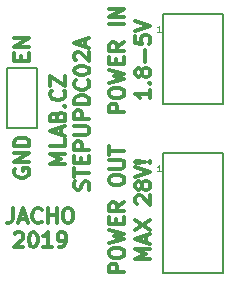
<source format=gbr>
G04 #@! TF.GenerationSoftware,KiCad,Pcbnew,(6.0.0-rc1-dev-205-gc0615c5ef)*
G04 #@! TF.CreationDate,2019-04-08T15:00:45+02:00*
G04 #@! TF.ProjectId,STEPUPDC02A,53544550555044433032412E6B696361,rev?*
G04 #@! TF.SameCoordinates,Original*
G04 #@! TF.FileFunction,Legend,Top*
G04 #@! TF.FilePolarity,Positive*
%FSLAX46Y46*%
G04 Gerber Fmt 4.6, Leading zero omitted, Abs format (unit mm)*
G04 Created by KiCad (PCBNEW (6.0.0-rc1-dev-205-gc0615c5ef)) date 04/08/19 15:00:45*
%MOMM*%
%LPD*%
G01*
G04 APERTURE LIST*
%ADD10C,0.300000*%
%ADD11C,0.150000*%
%ADD12C,0.050000*%
G04 APERTURE END LIST*
D10*
X1904999Y17730142D02*
X1844523Y17609190D01*
X1844523Y17427761D01*
X1904999Y17246333D01*
X2025952Y17125380D01*
X2146904Y17064904D01*
X2388809Y17004428D01*
X2570238Y17004428D01*
X2812142Y17064904D01*
X2933095Y17125380D01*
X3054047Y17246333D01*
X3114523Y17427761D01*
X3114523Y17548714D01*
X3054047Y17730142D01*
X2993571Y17790619D01*
X2570238Y17790619D01*
X2570238Y17548714D01*
X3114523Y18334904D02*
X1844523Y18334904D01*
X3114523Y19060619D01*
X1844523Y19060619D01*
X3114523Y19665380D02*
X1844523Y19665380D01*
X1844523Y19967761D01*
X1905000Y20149190D01*
X2025952Y20270142D01*
X2146904Y20330619D01*
X2388809Y20391095D01*
X2570238Y20391095D01*
X2812142Y20330619D01*
X2933095Y20270142D01*
X3054047Y20149190D01*
X3114523Y19967761D01*
X3114523Y19665380D01*
X2449285Y26913380D02*
X2449285Y27336714D01*
X3114523Y27518142D02*
X3114523Y26913380D01*
X1844523Y26913380D01*
X1844523Y27518142D01*
X3114523Y28062428D02*
X1844523Y28062428D01*
X3114523Y28788142D01*
X1844523Y28788142D01*
X11156023Y8992809D02*
X9886023Y8992809D01*
X9886023Y9476619D01*
X9946500Y9597571D01*
X10006976Y9658047D01*
X10127928Y9718523D01*
X10309357Y9718523D01*
X10430309Y9658047D01*
X10490785Y9597571D01*
X10551261Y9476619D01*
X10551261Y8992809D01*
X9886023Y10504714D02*
X9886023Y10746619D01*
X9946500Y10867571D01*
X10067452Y10988523D01*
X10309357Y11049000D01*
X10732690Y11049000D01*
X10974595Y10988523D01*
X11095547Y10867571D01*
X11156023Y10746619D01*
X11156023Y10504714D01*
X11095547Y10383761D01*
X10974595Y10262809D01*
X10732690Y10202333D01*
X10309357Y10202333D01*
X10067452Y10262809D01*
X9946500Y10383761D01*
X9886023Y10504714D01*
X9886023Y11472333D02*
X11156023Y11774714D01*
X10248880Y12016619D01*
X11156023Y12258523D01*
X9886023Y12560904D01*
X10490785Y13044714D02*
X10490785Y13468047D01*
X11156023Y13649476D02*
X11156023Y13044714D01*
X9886023Y13044714D01*
X9886023Y13649476D01*
X11156023Y14919476D02*
X10551261Y14496142D01*
X11156023Y14193761D02*
X9886023Y14193761D01*
X9886023Y14677571D01*
X9946500Y14798523D01*
X10006976Y14859000D01*
X10127928Y14919476D01*
X10309357Y14919476D01*
X10430309Y14859000D01*
X10490785Y14798523D01*
X10551261Y14677571D01*
X10551261Y14193761D01*
X9886023Y16673285D02*
X9886023Y16915190D01*
X9946500Y17036142D01*
X10067452Y17157095D01*
X10309357Y17217571D01*
X10732690Y17217571D01*
X10974595Y17157095D01*
X11095547Y17036142D01*
X11156023Y16915190D01*
X11156023Y16673285D01*
X11095547Y16552333D01*
X10974595Y16431380D01*
X10732690Y16370904D01*
X10309357Y16370904D01*
X10067452Y16431380D01*
X9946500Y16552333D01*
X9886023Y16673285D01*
X9886023Y17761857D02*
X10914119Y17761857D01*
X11035071Y17822333D01*
X11095547Y17882809D01*
X11156023Y18003761D01*
X11156023Y18245666D01*
X11095547Y18366619D01*
X11035071Y18427095D01*
X10914119Y18487571D01*
X9886023Y18487571D01*
X9886023Y18910904D02*
X9886023Y19636619D01*
X11156023Y19273761D02*
X9886023Y19273761D01*
X13361023Y10111619D02*
X12091023Y10111619D01*
X12998166Y10534952D01*
X12091023Y10958285D01*
X13361023Y10958285D01*
X12998166Y11502571D02*
X12998166Y12107333D01*
X13361023Y11381619D02*
X12091023Y11804952D01*
X13361023Y12228285D01*
X12091023Y12530666D02*
X13361023Y13377333D01*
X12091023Y13377333D02*
X13361023Y12530666D01*
X12211976Y14768285D02*
X12151500Y14828761D01*
X12091023Y14949714D01*
X12091023Y15252095D01*
X12151500Y15373047D01*
X12211976Y15433523D01*
X12332928Y15494000D01*
X12453880Y15494000D01*
X12635309Y15433523D01*
X13361023Y14707809D01*
X13361023Y15494000D01*
X12635309Y16219714D02*
X12574833Y16098761D01*
X12514357Y16038285D01*
X12393404Y15977809D01*
X12332928Y15977809D01*
X12211976Y16038285D01*
X12151500Y16098761D01*
X12091023Y16219714D01*
X12091023Y16461619D01*
X12151500Y16582571D01*
X12211976Y16643047D01*
X12332928Y16703523D01*
X12393404Y16703523D01*
X12514357Y16643047D01*
X12574833Y16582571D01*
X12635309Y16461619D01*
X12635309Y16219714D01*
X12695785Y16098761D01*
X12756261Y16038285D01*
X12877214Y15977809D01*
X13119119Y15977809D01*
X13240071Y16038285D01*
X13300547Y16098761D01*
X13361023Y16219714D01*
X13361023Y16461619D01*
X13300547Y16582571D01*
X13240071Y16643047D01*
X13119119Y16703523D01*
X12877214Y16703523D01*
X12756261Y16643047D01*
X12695785Y16582571D01*
X12635309Y16461619D01*
X12091023Y17066380D02*
X13361023Y17489714D01*
X12091023Y17913047D01*
X13240071Y18336380D02*
X13300547Y18396857D01*
X13361023Y18336380D01*
X13300547Y18275904D01*
X13240071Y18336380D01*
X13361023Y18336380D01*
X12877214Y18336380D02*
X12151500Y18275904D01*
X12091023Y18336380D01*
X12151500Y18396857D01*
X12877214Y18336380D01*
X12091023Y18336380D01*
X11156023Y22539476D02*
X9886023Y22539476D01*
X9886023Y23023285D01*
X9946500Y23144238D01*
X10006976Y23204714D01*
X10127928Y23265190D01*
X10309357Y23265190D01*
X10430309Y23204714D01*
X10490785Y23144238D01*
X10551261Y23023285D01*
X10551261Y22539476D01*
X9886023Y24051380D02*
X9886023Y24293285D01*
X9946500Y24414238D01*
X10067452Y24535190D01*
X10309357Y24595666D01*
X10732690Y24595666D01*
X10974595Y24535190D01*
X11095547Y24414238D01*
X11156023Y24293285D01*
X11156023Y24051380D01*
X11095547Y23930428D01*
X10974595Y23809476D01*
X10732690Y23749000D01*
X10309357Y23749000D01*
X10067452Y23809476D01*
X9946500Y23930428D01*
X9886023Y24051380D01*
X9886023Y25019000D02*
X11156023Y25321380D01*
X10248880Y25563285D01*
X11156023Y25805190D01*
X9886023Y26107571D01*
X10490785Y26591380D02*
X10490785Y27014714D01*
X11156023Y27196142D02*
X11156023Y26591380D01*
X9886023Y26591380D01*
X9886023Y27196142D01*
X11156023Y28466142D02*
X10551261Y28042809D01*
X11156023Y27740428D02*
X9886023Y27740428D01*
X9886023Y28224238D01*
X9946500Y28345190D01*
X10006976Y28405666D01*
X10127928Y28466142D01*
X10309357Y28466142D01*
X10430309Y28405666D01*
X10490785Y28345190D01*
X10551261Y28224238D01*
X10551261Y27740428D01*
X11156023Y29978047D02*
X9886023Y29978047D01*
X11156023Y30582809D02*
X9886023Y30582809D01*
X11156023Y31308523D01*
X9886023Y31308523D01*
X13361023Y24444476D02*
X13361023Y23718761D01*
X13361023Y24081619D02*
X12091023Y24081619D01*
X12272452Y23960666D01*
X12393404Y23839714D01*
X12453880Y23718761D01*
X13240071Y24988761D02*
X13300547Y25049238D01*
X13361023Y24988761D01*
X13300547Y24928285D01*
X13240071Y24988761D01*
X13361023Y24988761D01*
X12635309Y25774952D02*
X12574833Y25654000D01*
X12514357Y25593523D01*
X12393404Y25533047D01*
X12332928Y25533047D01*
X12211976Y25593523D01*
X12151500Y25654000D01*
X12091023Y25774952D01*
X12091023Y26016857D01*
X12151500Y26137809D01*
X12211976Y26198285D01*
X12332928Y26258761D01*
X12393404Y26258761D01*
X12514357Y26198285D01*
X12574833Y26137809D01*
X12635309Y26016857D01*
X12635309Y25774952D01*
X12695785Y25654000D01*
X12756261Y25593523D01*
X12877214Y25533047D01*
X13119119Y25533047D01*
X13240071Y25593523D01*
X13300547Y25654000D01*
X13361023Y25774952D01*
X13361023Y26016857D01*
X13300547Y26137809D01*
X13240071Y26198285D01*
X13119119Y26258761D01*
X12877214Y26258761D01*
X12756261Y26198285D01*
X12695785Y26137809D01*
X12635309Y26016857D01*
X12877214Y26803047D02*
X12877214Y27770666D01*
X12091023Y28980190D02*
X12091023Y28375428D01*
X12695785Y28314952D01*
X12635309Y28375428D01*
X12574833Y28496380D01*
X12574833Y28798761D01*
X12635309Y28919714D01*
X12695785Y28980190D01*
X12816738Y29040666D01*
X13119119Y29040666D01*
X13240071Y28980190D01*
X13300547Y28919714D01*
X13361023Y28798761D01*
X13361023Y28496380D01*
X13300547Y28375428D01*
X13240071Y28314952D01*
X12091023Y29403523D02*
X13361023Y29826857D01*
X12091023Y30250190D01*
X1886857Y12258523D02*
X1947333Y12319000D01*
X2068285Y12379476D01*
X2370666Y12379476D01*
X2491619Y12319000D01*
X2552095Y12258523D01*
X2612571Y12137571D01*
X2612571Y12016619D01*
X2552095Y11835190D01*
X1826380Y11109476D01*
X2612571Y11109476D01*
X3398761Y12379476D02*
X3519714Y12379476D01*
X3640666Y12319000D01*
X3701142Y12258523D01*
X3761619Y12137571D01*
X3822095Y11895666D01*
X3822095Y11593285D01*
X3761619Y11351380D01*
X3701142Y11230428D01*
X3640666Y11169952D01*
X3519714Y11109476D01*
X3398761Y11109476D01*
X3277809Y11169952D01*
X3217333Y11230428D01*
X3156857Y11351380D01*
X3096380Y11593285D01*
X3096380Y11895666D01*
X3156857Y12137571D01*
X3217333Y12258523D01*
X3277809Y12319000D01*
X3398761Y12379476D01*
X5031619Y11109476D02*
X4305904Y11109476D01*
X4668761Y11109476D02*
X4668761Y12379476D01*
X4547809Y12198047D01*
X4426857Y12077095D01*
X4305904Y12016619D01*
X5636380Y11109476D02*
X5878285Y11109476D01*
X5999238Y11169952D01*
X6059714Y11230428D01*
X6180666Y11411857D01*
X6241142Y11653761D01*
X6241142Y12137571D01*
X6180666Y12258523D01*
X6120190Y12319000D01*
X5999238Y12379476D01*
X5757333Y12379476D01*
X5636380Y12319000D01*
X5575904Y12258523D01*
X5515428Y12137571D01*
X5515428Y11835190D01*
X5575904Y11714238D01*
X5636380Y11653761D01*
X5757333Y11593285D01*
X5999238Y11593285D01*
X6120190Y11653761D01*
X6180666Y11714238D01*
X6241142Y11835190D01*
X1735666Y14411476D02*
X1735666Y13504333D01*
X1675190Y13322904D01*
X1554238Y13201952D01*
X1372809Y13141476D01*
X1251857Y13141476D01*
X2279952Y13504333D02*
X2884714Y13504333D01*
X2159000Y13141476D02*
X2582333Y14411476D01*
X3005666Y13141476D01*
X4154714Y13262428D02*
X4094238Y13201952D01*
X3912809Y13141476D01*
X3791857Y13141476D01*
X3610428Y13201952D01*
X3489476Y13322904D01*
X3429000Y13443857D01*
X3368523Y13685761D01*
X3368523Y13867190D01*
X3429000Y14109095D01*
X3489476Y14230047D01*
X3610428Y14351000D01*
X3791857Y14411476D01*
X3912809Y14411476D01*
X4094238Y14351000D01*
X4154714Y14290523D01*
X4699000Y13141476D02*
X4699000Y14411476D01*
X4699000Y13806714D02*
X5424714Y13806714D01*
X5424714Y13141476D02*
X5424714Y14411476D01*
X6271380Y14411476D02*
X6513285Y14411476D01*
X6634238Y14351000D01*
X6755190Y14230047D01*
X6815666Y13988142D01*
X6815666Y13564809D01*
X6755190Y13322904D01*
X6634238Y13201952D01*
X6513285Y13141476D01*
X6271380Y13141476D01*
X6150428Y13201952D01*
X6029476Y13322904D01*
X5969000Y13564809D01*
X5969000Y13988142D01*
X6029476Y14230047D01*
X6150428Y14351000D01*
X6271380Y14411476D01*
X8134047Y15971761D02*
X8194523Y16153190D01*
X8194523Y16455571D01*
X8134047Y16576523D01*
X8073571Y16637000D01*
X7952619Y16697476D01*
X7831666Y16697476D01*
X7710714Y16637000D01*
X7650238Y16576523D01*
X7589761Y16455571D01*
X7529285Y16213666D01*
X7468809Y16092714D01*
X7408333Y16032238D01*
X7287380Y15971761D01*
X7166428Y15971761D01*
X7045476Y16032238D01*
X6985000Y16092714D01*
X6924523Y16213666D01*
X6924523Y16516047D01*
X6985000Y16697476D01*
X6924523Y17060333D02*
X6924523Y17786047D01*
X8194523Y17423190D02*
X6924523Y17423190D01*
X7529285Y18209380D02*
X7529285Y18632714D01*
X8194523Y18814142D02*
X8194523Y18209380D01*
X6924523Y18209380D01*
X6924523Y18814142D01*
X8194523Y19358428D02*
X6924523Y19358428D01*
X6924523Y19842238D01*
X6985000Y19963190D01*
X7045476Y20023666D01*
X7166428Y20084142D01*
X7347857Y20084142D01*
X7468809Y20023666D01*
X7529285Y19963190D01*
X7589761Y19842238D01*
X7589761Y19358428D01*
X6924523Y20628428D02*
X7952619Y20628428D01*
X8073571Y20688904D01*
X8134047Y20749380D01*
X8194523Y20870333D01*
X8194523Y21112238D01*
X8134047Y21233190D01*
X8073571Y21293666D01*
X7952619Y21354142D01*
X6924523Y21354142D01*
X8194523Y21958904D02*
X6924523Y21958904D01*
X6924523Y22442714D01*
X6985000Y22563666D01*
X7045476Y22624142D01*
X7166428Y22684619D01*
X7347857Y22684619D01*
X7468809Y22624142D01*
X7529285Y22563666D01*
X7589761Y22442714D01*
X7589761Y21958904D01*
X8194523Y23228904D02*
X6924523Y23228904D01*
X6924523Y23531285D01*
X6985000Y23712714D01*
X7105952Y23833666D01*
X7226904Y23894142D01*
X7468809Y23954619D01*
X7650238Y23954619D01*
X7892142Y23894142D01*
X8013095Y23833666D01*
X8134047Y23712714D01*
X8194523Y23531285D01*
X8194523Y23228904D01*
X8073571Y25224619D02*
X8134047Y25164142D01*
X8194523Y24982714D01*
X8194523Y24861761D01*
X8134047Y24680333D01*
X8013095Y24559380D01*
X7892142Y24498904D01*
X7650238Y24438428D01*
X7468809Y24438428D01*
X7226904Y24498904D01*
X7105952Y24559380D01*
X6985000Y24680333D01*
X6924523Y24861761D01*
X6924523Y24982714D01*
X6985000Y25164142D01*
X7045476Y25224619D01*
X6924523Y26010809D02*
X6924523Y26131761D01*
X6985000Y26252714D01*
X7045476Y26313190D01*
X7166428Y26373666D01*
X7408333Y26434142D01*
X7710714Y26434142D01*
X7952619Y26373666D01*
X8073571Y26313190D01*
X8134047Y26252714D01*
X8194523Y26131761D01*
X8194523Y26010809D01*
X8134047Y25889857D01*
X8073571Y25829380D01*
X7952619Y25768904D01*
X7710714Y25708428D01*
X7408333Y25708428D01*
X7166428Y25768904D01*
X7045476Y25829380D01*
X6985000Y25889857D01*
X6924523Y26010809D01*
X7045476Y26917952D02*
X6985000Y26978428D01*
X6924523Y27099380D01*
X6924523Y27401761D01*
X6985000Y27522714D01*
X7045476Y27583190D01*
X7166428Y27643666D01*
X7287380Y27643666D01*
X7468809Y27583190D01*
X8194523Y26857476D01*
X8194523Y27643666D01*
X7831666Y28127476D02*
X7831666Y28732238D01*
X8194523Y28006523D02*
X6924523Y28429857D01*
X8194523Y28853190D01*
X6162523Y18185190D02*
X4892523Y18185190D01*
X5799666Y18608523D01*
X4892523Y19031857D01*
X6162523Y19031857D01*
X6162523Y20241380D02*
X6162523Y19636619D01*
X4892523Y19636619D01*
X5799666Y20604238D02*
X5799666Y21209000D01*
X6162523Y20483285D02*
X4892523Y20906619D01*
X6162523Y21329952D01*
X5497285Y22176619D02*
X5557761Y22358047D01*
X5618238Y22418523D01*
X5739190Y22479000D01*
X5920619Y22479000D01*
X6041571Y22418523D01*
X6102047Y22358047D01*
X6162523Y22237095D01*
X6162523Y21753285D01*
X4892523Y21753285D01*
X4892523Y22176619D01*
X4953000Y22297571D01*
X5013476Y22358047D01*
X5134428Y22418523D01*
X5255380Y22418523D01*
X5376333Y22358047D01*
X5436809Y22297571D01*
X5497285Y22176619D01*
X5497285Y21753285D01*
X6041571Y23023285D02*
X6102047Y23083761D01*
X6162523Y23023285D01*
X6102047Y22962809D01*
X6041571Y23023285D01*
X6162523Y23023285D01*
X6041571Y24353761D02*
X6102047Y24293285D01*
X6162523Y24111857D01*
X6162523Y23990904D01*
X6102047Y23809476D01*
X5981095Y23688523D01*
X5860142Y23628047D01*
X5618238Y23567571D01*
X5436809Y23567571D01*
X5194904Y23628047D01*
X5073952Y23688523D01*
X4953000Y23809476D01*
X4892523Y23990904D01*
X4892523Y24111857D01*
X4953000Y24293285D01*
X5013476Y24353761D01*
X4892523Y24777095D02*
X4892523Y25623761D01*
X6162523Y24777095D01*
X6162523Y25623761D01*
D11*
G04 #@! TO.C,J1*
X14478000Y30861000D02*
X19558000Y30861000D01*
X19558000Y30861000D02*
X19558000Y23241000D01*
X19558000Y23241000D02*
X14478000Y23241000D01*
X14478000Y23241000D02*
X14478000Y30861000D01*
G04 #@! TO.C,J4*
X14478000Y19050000D02*
X19558000Y19050000D01*
X19558000Y19050000D02*
X19558000Y8890000D01*
X19558000Y8890000D02*
X14478000Y8890000D01*
X14478000Y8890000D02*
X14478000Y19050000D01*
G04 #@! TO.C,J2*
X1270000Y21209000D02*
X1270000Y26289000D01*
X1270000Y26289000D02*
X3810000Y26289000D01*
X3810000Y26289000D02*
X3810000Y21209000D01*
X3810000Y21209000D02*
X1270000Y21209000D01*
G04 #@! TO.C,J1*
D12*
X14239857Y29364809D02*
X13954142Y29364809D01*
X14097000Y29364809D02*
X14097000Y29864809D01*
X14049380Y29793380D01*
X14001761Y29745761D01*
X13954142Y29721952D01*
G04 #@! TO.C,J4*
X14239857Y17553809D02*
X13954142Y17553809D01*
X14097000Y17553809D02*
X14097000Y18053809D01*
X14049380Y17982380D01*
X14001761Y17934761D01*
X13954142Y17910952D01*
G04 #@! TD*
M02*

</source>
